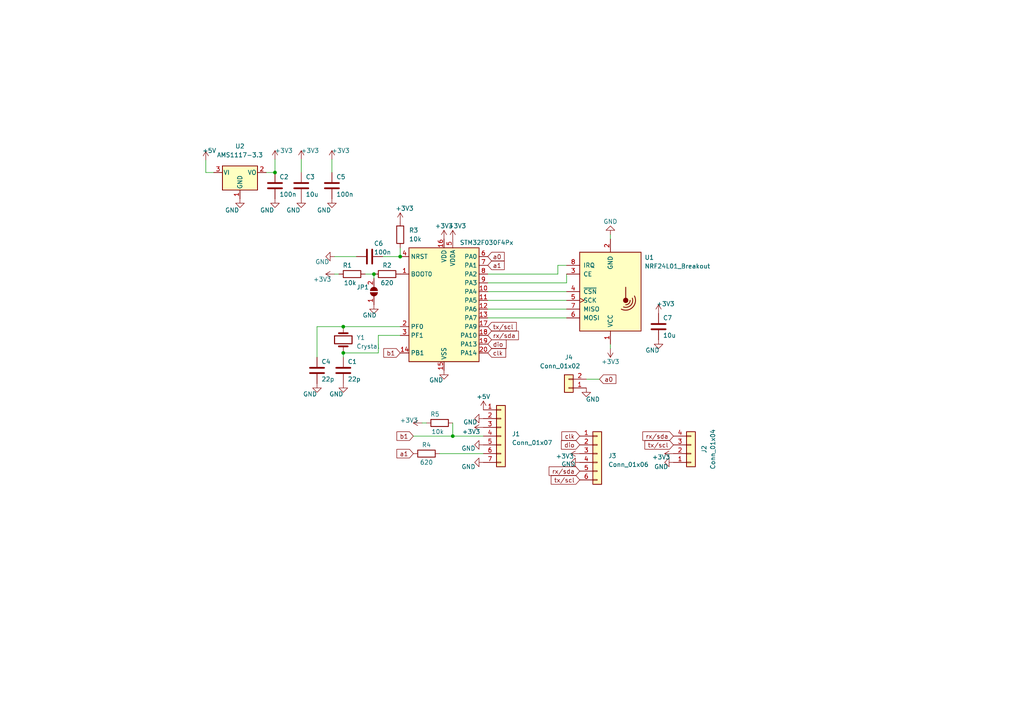
<source format=kicad_sch>
(kicad_sch (version 20230121) (generator eeschema)
  (paper "A4")
  (lib_symbols
    (symbol "Connector_Generic:Conn_01x02" (pin_names (offset 1.016) hide)
      (property "Reference" "J" (at 0 2.54 0))
      (property "Value" "Conn_01x02" (at 0 -5.08 0))
      (symbol "Conn_01x02_1_1"
        (rectangle (start -1.27 -2.413) (end 0 -2.667) (stroke (width 0.1524)))
        (rectangle (start -1.27 0.127) (end 0 -0.127) (stroke (width 0.1524)))
        (rectangle (start -1.27 1.27) (end 1.27 -3.81) (stroke (width 0.254)) (fill (type background)))
        (pin passive line (at -5.08 0 0) (length 3.81) (name "Pin_1") (number "1"))
        (pin passive line (at -5.08 -2.54 0) (length 3.81) (name "Pin_2") (number "2"))
      )
    )
    (symbol "Connector_Generic:Conn_01x04" (pin_names (offset 1.016) hide)
      (property "Reference" "J" (at 0 5.08 0))
      (property "Value" "Conn_01x04" (at 0 -7.62 0))
      (symbol "Conn_01x04_1_1"
        (rectangle (start -1.27 -4.953) (end 0 -5.207) (stroke (width 0.1524)))
        (rectangle (start -1.27 -2.413) (end 0 -2.667) (stroke (width 0.1524)))
        (rectangle (start -1.27 0.127) (end 0 -0.127) (stroke (width 0.1524)))
        (rectangle (start -1.27 2.667) (end 0 2.413) (stroke (width 0.1524)))
        (rectangle (start -1.27 3.81) (end 1.27 -6.35) (stroke (width 0.254)) (fill (type background)))
        (pin passive line (at -5.08 2.54 0) (length 3.81) (name "Pin_1") (number "1"))
        (pin passive line (at -5.08 0 0) (length 3.81) (name "Pin_2") (number "2"))
        (pin passive line (at -5.08 -2.54 0) (length 3.81) (name "Pin_3") (number "3"))
        (pin passive line (at -5.08 -5.08 0) (length 3.81) (name "Pin_4") (number "4"))
      )
    )
    (symbol "Connector_Generic:Conn_01x06" (pin_names (offset 1.016) hide)
      (property "Reference" "J" (at 0 7.62 0))
      (property "Value" "Conn_01x06" (at 0 -10.16 0))
      (symbol "Conn_01x06_1_1"
        (rectangle (start -1.27 -7.493) (end 0 -7.747) (stroke (width 0.1524)))
        (rectangle (start -1.27 -4.953) (end 0 -5.207) (stroke (width 0.1524)))
        (rectangle (start -1.27 -2.413) (end 0 -2.667) (stroke (width 0.1524)))
        (rectangle (start -1.27 0.127) (end 0 -0.127) (stroke (width 0.1524)))
        (rectangle (start -1.27 2.667) (end 0 2.413) (stroke (width 0.1524)))
        (rectangle (start -1.27 5.207) (end 0 4.953) (stroke (width 0.1524)))
        (rectangle (start -1.27 6.35) (end 1.27 -8.89) (stroke (width 0.254)) (fill (type background)))
        (pin passive line (at -5.08 5.08 0) (length 3.81) (name "Pin_1") (number "1"))
        (pin passive line (at -5.08 2.54 0) (length 3.81) (name "Pin_2") (number "2"))
        (pin passive line (at -5.08 0 0) (length 3.81) (name "Pin_3") (number "3"))
        (pin passive line (at -5.08 -2.54 0) (length 3.81) (name "Pin_4") (number "4"))
        (pin passive line (at -5.08 -5.08 0) (length 3.81) (name "Pin_5") (number "5"))
        (pin passive line (at -5.08 -7.62 0) (length 3.81) (name "Pin_6") (number "6"))
      )
    )
    (symbol "Connector_Generic:Conn_01x07" (pin_names (offset 1.016) hide)
      (property "Reference" "J" (at 0 10.16 0))
      (property "Value" "Conn_01x07" (at 0 -10.16 0))
      (symbol "Conn_01x07_1_1"
        (rectangle (start -1.27 -7.493) (end 0 -7.747) (stroke (width 0.1524)))
        (rectangle (start -1.27 -4.953) (end 0 -5.207) (stroke (width 0.1524)))
        (rectangle (start -1.27 -2.413) (end 0 -2.667) (stroke (width 0.1524)))
        (rectangle (start -1.27 0.127) (end 0 -0.127) (stroke (width 0.1524)))
        (rectangle (start -1.27 2.667) (end 0 2.413) (stroke (width 0.1524)))
        (rectangle (start -1.27 5.207) (end 0 4.953) (stroke (width 0.1524)))
        (rectangle (start -1.27 7.747) (end 0 7.493) (stroke (width 0.1524)))
        (rectangle (start -1.27 8.89) (end 1.27 -8.89) (stroke (width 0.254)) (fill (type background)))
        (pin passive line (at -5.08 7.62 0) (length 3.81) (name "Pin_1") (number "1"))
        (pin passive line (at -5.08 5.08 0) (length 3.81) (name "Pin_2") (number "2"))
        (pin passive line (at -5.08 2.54 0) (length 3.81) (name "Pin_3") (number "3"))
        (pin passive line (at -5.08 0 0) (length 3.81) (name "Pin_4") (number "4"))
        (pin passive line (at -5.08 -2.54 0) (length 3.81) (name "Pin_5") (number "5"))
        (pin passive line (at -5.08 -5.08 0) (length 3.81) (name "Pin_6") (number "6"))
        (pin passive line (at -5.08 -7.62 0) (length 3.81) (name "Pin_7") (number "7"))
      )
    )
    (symbol "Device:C" (pin_numbers hide) (pin_names (offset 0.254))
      (property "Reference" "C" (at 0.635 2.54 0))
      (property "Value" "C" (at 0.635 -2.54 0))
      (symbol "C_0_1"
        (polyline (pts (xy -2.032 -0.762) (xy 2.032 -0.762)) (stroke (width 0.508)))
        (polyline (pts (xy -2.032 0.762) (xy 2.032 0.762)) (stroke (width 0.508)))
      )
      (symbol "C_1_1"
        (pin passive line (at 0 3.81 270) (length 2.794) (name "~") (number "1"))
        (pin passive line (at 0 -3.81 90) (length 2.794) (name "~") (number "2"))
      )
    )
    (symbol "Device:Crystal" (pin_numbers hide) (pin_names (offset 1.016) hide)
      (property "Reference" "Y" (at 0 3.81 0))
      (property "Value" "Crystal" (at 0 -3.81 0))
      (symbol "Crystal_0_1"
        (rectangle (start -1.143 2.54) (end 1.143 -2.54) (stroke (width 0.3048)))
        (polyline (pts (xy -2.54 0) (xy -1.905 0)))
        (polyline (pts (xy -1.905 -1.27) (xy -1.905 1.27)) (stroke (width 0.508)))
        (polyline (pts (xy 1.905 -1.27) (xy 1.905 1.27)) (stroke (width 0.508)))
        (polyline (pts (xy 2.54 0) (xy 1.905 0)))
      )
      (symbol "Crystal_1_1"
        (pin passive line (at -3.81 0 0) (length 1.27) (name "1") (number "1"))
        (pin passive line (at 3.81 0 180) (length 1.27) (name "2") (number "2"))
      )
    )
    (symbol "Device:R" (pin_numbers hide) (pin_names (offset 0))
      (property "Reference" "R" (at 2.032 0 90))
      (property "Value" "R" (at 0 0 90))
      (symbol "R_0_1"
        (rectangle (start -1.016 -2.54) (end 1.016 2.54) (stroke (width 0.254)))
      )
      (symbol "R_1_1"
        (pin passive line (at 0 3.81 270) (length 1.27) (name "~") (number "1"))
        (pin passive line (at 0 -3.81 90) (length 1.27) (name "~") (number "2"))
      )
    )
    (symbol "Jumper:SolderJumper_2_Open" (pin_names (offset 0) hide)
      (property "Reference" "JP" (at 0 2.032 0))
      (property "Value" "SolderJumper_2_Open" (at 0 -2.54 0))
      (symbol "SolderJumper_2_Open_0_1"
        (arc (start -0.254 1.016) (mid -1.2656 0) (end -0.254 -1.016))
        (arc (start -0.254 1.016) (mid -1.2656 0) (end -0.254 -1.016) (fill (type outline)))
        (polyline (pts (xy -0.254 1.016) (xy -0.254 -1.016)))
        (polyline (pts (xy 0.254 1.016) (xy 0.254 -1.016)))
        (arc (start 0.254 -1.016) (mid 1.2656 0) (end 0.254 1.016))
        (arc (start 0.254 -1.016) (mid 1.2656 0) (end 0.254 1.016) (fill (type outline)))
      )
      (symbol "SolderJumper_2_Open_1_1"
        (pin passive line (at -3.81 0 0) (length 2.54) (name "A") (number "1"))
        (pin passive line (at 3.81 0 180) (length 2.54) (name "B") (number "2"))
      )
    )
    (symbol "MCU_ST_STM32F0:STM32F030F4Px"
      (property "Reference" "U" (at -10.16 16.51 0))
      (property "Value" "STM32F030F4Px" (at 5.08 16.51 0))
      (symbol "STM32F030F4Px_0_1"
        (rectangle (start -10.16 -17.78) (end 10.16 15.24) (stroke (width 0.254)) (fill (type background)))
      )
      (symbol "STM32F030F4Px_1_1"
        (pin input line (at -12.7 7.62 0) (length 2.54) (name "BOOT0") (number "1"))
        (pin bidirectional line (at 12.7 2.54 180) (length 2.54) (name "PA4") (number "10"))
        (pin bidirectional line (at 12.7 0 180) (length 2.54) (name "PA5") (number "11"))
        (pin bidirectional line (at 12.7 -2.54 180) (length 2.54) (name "PA6") (number "12"))
        (pin bidirectional line (at 12.7 -5.08 180) (length 2.54) (name "PA7") (number "13"))
        (pin bidirectional line (at -12.7 -15.24 0) (length 2.54) (name "PB1") (number "14"))
        (pin power_in line (at 0 -20.32 90) (length 2.54) (name "VSS") (number "15"))
        (pin power_in line (at 0 17.78 270) (length 2.54) (name "VDD") (number "16"))
        (pin bidirectional line (at 12.7 -7.62 180) (length 2.54) (name "PA9") (number "17"))
        (pin bidirectional line (at 12.7 -10.16 180) (length 2.54) (name "PA10") (number "18"))
        (pin bidirectional line (at 12.7 -12.7 180) (length 2.54) (name "PA13") (number "19"))
        (pin input line (at -12.7 -7.62 0) (length 2.54) (name "PF0") (number "2"))
        (pin bidirectional line (at 12.7 -15.24 180) (length 2.54) (name "PA14") (number "20"))
        (pin input line (at -12.7 -10.16 0) (length 2.54) (name "PF1") (number "3"))
        (pin input line (at -12.7 12.7 0) (length 2.54) (name "NRST") (number "4"))
        (pin power_in line (at 2.54 17.78 270) (length 2.54) (name "VDDA") (number "5"))
        (pin bidirectional line (at 12.7 12.7 180) (length 2.54) (name "PA0") (number "6"))
        (pin bidirectional line (at 12.7 10.16 180) (length 2.54) (name "PA1") (number "7"))
        (pin bidirectional line (at 12.7 7.62 180) (length 2.54) (name "PA2") (number "8"))
        (pin bidirectional line (at 12.7 5.08 180) (length 2.54) (name "PA3") (number "9"))
      )
    )
    (symbol "NRF24L01_Breakout_1" (pin_names (offset 1.016))
      (property "Reference" "U1" (at 10.16 -1.2701 0))
      (property "Value" "NRF24L01_Breakout" (at 10.16 1.2699 0))
      (symbol "NRF24L01_Breakout_1_0_1"
        (rectangle (start -8.89 11.43) (end 8.89 -11.43) (stroke (width 0.254)) (fill (type background)))
        (polyline (pts (xy 4.445 1.905) (xy 4.445 -1.27)) (stroke (width 0.254)))
        (circle (center 4.445 2.54) (radius 0.635) (stroke (width 0.254)) (fill (type outline)))
        (arc (start 5.715 2.54) (mid 5.3559 3.4509) (end 4.445 3.81) (stroke (width 0.254)))
        (arc (start 6.35 1.905) (mid 5.8833 3.9783) (end 3.81 4.445) (stroke (width 0.254)))
        (arc (start 6.985 1.27) (mid 6.453 4.548) (end 3.175 5.08) (stroke (width 0.254)))
      )
      (symbol "NRF24L01_Breakout_1_1_1"
        (pin power_in line (at 0 15.24 270) (length 3.81) (name "VCC") (number "1"))
        (pin power_in line (at 0 -15.24 90) (length 3.81) (name "GND") (number "2"))
        (pin input line (at -12.7 -5.08 0) (length 3.81) (name "CE") (number "3"))
        (pin input line (at -12.7 0 0) (length 3.81) (name "~{CSN}") (number "4"))
        (pin input clock (at -12.7 2.54 0) (length 3.81) (name "SCK") (number "5"))
        (pin input line (at -12.7 7.62 0) (length 3.81) (name "MOSI") (number "6"))
        (pin output line (at -12.7 5.08 0) (length 3.81) (name "MISO") (number "7"))
        (pin output line (at -12.7 -7.62 0) (length 3.81) (name "IRQ") (number "8"))
      )
    )
    (symbol "Regulator_Linear:AMS1117-3.3" (pin_names (offset 0.254))
      (property "Reference" "U" (at -3.81 3.175 0))
      (property "Value" "AMS1117-3.3" (at 0 3.175 0))
      (symbol "AMS1117-3.3_0_1"
        (rectangle (start -5.08 -5.08) (end 5.08 1.905) (stroke (width 0.254)) (fill (type background)))
      )
      (symbol "AMS1117-3.3_1_1"
        (pin power_in line (at 0 -7.62 90) (length 2.54) (name "GND") (number "1"))
        (pin power_out line (at 7.62 0 180) (length 2.54) (name "VO") (number "2"))
        (pin power_in line (at -7.62 0 0) (length 2.54) (name "VI") (number "3"))
      )
    )
    (symbol "power:+3.3V" (power) (pin_names (offset 0))
      (property "Value" "+3.3V" (at 0 3.556 0))
      (symbol "+3.3V_0_1"
        (polyline (pts (xy -0.762 1.27) (xy 0 2.54)))
        (polyline (pts (xy 0 0) (xy 0 2.54)))
        (polyline (pts (xy 0 2.54) (xy 0.762 1.27)))
      )
      (symbol "+3.3V_1_1"
        (pin power_in line (at 0 0 90) (length 0) hide (name "+3V3") (number "1"))
      )
    )
    (symbol "power:+5V" (power) (pin_names (offset 0))
      (property "Value" "+5V" (at 0 3.556 0))
      (symbol "+5V_0_1"
        (polyline (pts (xy -0.762 1.27) (xy 0 2.54)))
        (polyline (pts (xy 0 0) (xy 0 2.54)))
        (polyline (pts (xy 0 2.54) (xy 0.762 1.27)))
      )
      (symbol "+5V_1_1"
        (pin power_in line (at 0 0 90) (length 0) hide (name "+5V") (number "1"))
      )
    )
    (symbol "power:GND" (power) (pin_names (offset 0))
      (property "Value" "GND" (at 0 -3.81 0))
      (symbol "GND_0_1"
        (polyline (pts (xy 0 0) (xy 0 -1.27) (xy 1.27 -1.27) (xy 0 -2.54) (xy -1.27 -1.27) (xy 0 -1.27)))
      )
      (symbol "GND_1_1"
        (pin power_in line (at 0 0 270) (length 0) hide (name "GND") (number "1"))
      )
    )
  )
  (junction (at 131.318 126.492))
  (junction (at 79.756 50.038))
  (junction (at 116.078 74.422))
  (junction (at 99.568 102.362))
  (junction (at 108.458 79.502))
  (junction (at 99.568 94.742))
  (wire (pts (xy 109.728 97.282) (xy 109.728 102.362)))
  (wire (pts (xy 59.69 46.482) (xy 59.69 50.038)))
  (wire (pts (xy 119.888 126.492) (xy 131.318 126.492)))
  (wire (pts (xy 59.69 50.038) (xy 61.976 50.038)))
  (wire (pts (xy 77.216 50.038) (xy 79.756 50.038)))
  (wire (pts (xy 99.568 103.632) (xy 99.568 102.362)))
  (wire (pts (xy 161.798 76.962) (xy 164.338 76.962)))
  (wire (pts (xy 170.053 109.982) (xy 173.863 109.982)))
  (wire (pts (xy 131.318 122.682) (xy 131.318 126.492)))
  (wire (pts (xy 99.568 94.742) (xy 116.078 94.742)))
  (wire (pts (xy 141.478 92.202) (xy 164.338 92.202)))
  (wire (pts (xy 177.038 69.342) (xy 177.038 68.072)))
  (wire (pts (xy 99.568 102.362) (xy 109.728 102.362)))
  (wire (pts (xy 141.478 84.582) (xy 164.338 84.582)))
  (wire (pts (xy 131.318 126.492) (xy 140.208 126.492)))
  (wire (pts (xy 105.918 79.502) (xy 108.458 79.502)))
  (wire (pts (xy 141.478 87.122) (xy 164.338 87.122)))
  (wire (pts (xy 91.948 103.632) (xy 91.948 94.742)))
  (wire (pts (xy 141.478 82.042) (xy 164.338 82.042)))
  (wire (pts (xy 123.698 122.682) (xy 122.428 122.682)))
  (wire (pts (xy 91.948 94.742) (xy 99.568 94.742)))
  (wire (pts (xy 96.266 50.038) (xy 96.266 46.228)))
  (wire (pts (xy 116.078 71.882) (xy 116.078 74.422)))
  (wire (pts (xy 141.478 89.662) (xy 164.338 89.662)))
  (wire (pts (xy 97.028 74.422) (xy 103.378 74.422)))
  (wire (pts (xy 116.078 97.282) (xy 109.728 97.282)))
  (wire (pts (xy 177.038 99.822) (xy 177.038 101.092)))
  (wire (pts (xy 164.338 82.042) (xy 164.338 79.502)))
  (wire (pts (xy 161.798 79.502) (xy 161.798 76.962)))
  (wire (pts (xy 141.478 79.502) (xy 161.798 79.502)))
  (wire (pts (xy 110.998 74.422) (xy 116.078 74.422)))
  (wire (pts (xy 98.298 79.502) (xy 97.028 79.502)))
  (wire (pts (xy 79.756 50.038) (xy 79.756 46.228)))
  (wire (pts (xy 108.458 80.772) (xy 108.458 79.502)))
  (wire (pts (xy 127.508 131.572) (xy 140.208 131.572)))
  (wire (pts (xy 87.376 50.038) (xy 87.376 46.228)))
  (global_label "clk" (shape input) (at 141.478 102.362 0) (property "Intersheetrefs" "${INTERSHEET_REFS}" (effects hide)))
  (global_label "b1" (shape input) (at 116.078 102.362 180) (property "Intersheetrefs" "${INTERSHEET_REFS}" (effects hide)))
  (global_label "tx{slash}scl" (shape input) (at 195.326 129.032 180) (property "Intersheetrefs" "${INTERSHEET_REFS}" (effects hide)))
  (global_label "clk" (shape input) (at 168.148 126.492 180) (property "Intersheetrefs" "${INTERSHEET_REFS}" (effects hide)))
  (global_label "a1" (shape input) (at 119.888 131.572 180) (property "Intersheetrefs" "${INTERSHEET_REFS}" (effects hide)))
  (global_label "tx{slash}scl" (shape input) (at 168.148 139.192 180) (property "Intersheetrefs" "${INTERSHEET_REFS}" (effects hide)))
  (global_label "dio" (shape input) (at 141.478 99.822 0) (property "Intersheetrefs" "${INTERSHEET_REFS}" (effects hide)))
  (global_label "rx{slash}sda" (shape input) (at 141.478 97.282 0) (property "Intersheetrefs" "${INTERSHEET_REFS}" (effects hide)))
  (global_label "a0" (shape input) (at 141.478 74.422 0) (property "Intersheetrefs" "${INTERSHEET_REFS}" (effects hide)))
  (global_label "a1" (shape input) (at 141.478 76.962 0) (property "Intersheetrefs" "${INTERSHEET_REFS}" (effects hide)))
  (global_label "dio" (shape input) (at 168.148 129.032 180) (property "Intersheetrefs" "${INTERSHEET_REFS}" (effects hide)))
  (global_label "b1" (shape input) (at 119.888 126.492 180) (property "Intersheetrefs" "${INTERSHEET_REFS}" (effects hide)))
  (global_label "rx{slash}sda" (shape input) (at 195.326 126.492 180) (property "Intersheetrefs" "${INTERSHEET_REFS}" (effects hide)))
  (global_label "a0" (shape input) (at 173.863 109.982 0) (property "Intersheetrefs" "${INTERSHEET_REFS}" (effects hide)))
  (global_label "rx{slash}sda" (shape input) (at 168.148 136.652 180) (property "Intersheetrefs" "${INTERSHEET_REFS}" (effects hide)))
  (global_label "tx{slash}scl" (shape input) (at 141.478 94.742 0) (property "Intersheetrefs" "${INTERSHEET_REFS}" (effects hide)))
  (symbol (lib_id "power:+3.3V") (at 116.078 64.262 0) (unit 1)
    (property "Reference" "#PWR015" (effects hide))
    (property "Value" "+3.3V" (at 117.348 60.452 0))
  )
  (symbol (lib_id "power:+3.3V") (at 131.318 69.342 0) (unit 1)
    (property "Reference" "#PWR018" (effects hide))
    (property "Value" "+3.3V" (at 132.588 65.532 0))
  )
  (symbol (lib_id "Device:C") (at 96.266 53.848 0) (unit 1)
    (property "Reference" "C5" (at 97.536 51.308 0) (effects (justify left)))
    (property "Value" "100n" (at 97.536 56.388 0) (effects (justify left)))
    (property "Footprint" "Capacitor_SMD:C_0805_2012Metric_Pad1.18x1.45mm_HandSolder" (effects hide))
  )
  (symbol (lib_name "NRF24L01_Breakout_1") (lib_id "RF:NRF24L01_Breakout") (at 177.038 84.582 0) (mirror x) (unit 1)
    (property "Reference" "U1" (at 186.944 74.676 0) (effects (justify left)))
    (property "Value" "NRF24L01_Breakout" (at 186.944 77.216 0) (effects (justify left)))
    (property "Footprint" "Keyplus_nordic:NRF24L01-Module-SMD" (effects hide))
    (property "Datasheet" "http://www.nordicsemi.com/eng/content/download/2730/34105/file/nRF24L01_Product_Specification_v2_0.pdf" (effects hide))
  )
  (symbol (lib_id "power:+3.3V") (at 140.208 123.952 90) (unit 1)
    (property "Reference" "#PWR030" (effects hide))
    (property "Value" "+3.3V" (at 136.652 125.222 90))
  )
  (symbol (lib_id "power:+3.3V") (at 177.038 101.092 0) (mirror x) (unit 1)
    (property "Reference" "#PWR025" (effects hide))
    (property "Value" "+3.3V" (at 177.038 104.902 0))
  )
  (symbol (lib_id "power:GND") (at 99.568 111.252 0) (unit 1)
    (property "Reference" "#PWR03" (effects hide))
    (property "Value" "GND" (at 97.536 114.3 0))
  )
  (symbol (lib_id "Connector_Generic:Conn_01x06") (at 173.228 131.572 0) (unit 1)
    (property "Reference" "J3" (at 176.403 132.207 0) (effects (justify left)))
    (property "Value" "Conn_01x06" (at 176.403 134.747 0) (effects (justify left)))
    (property "Footprint" "Connector_PinHeader_2.54mm:PinHeader_1x06_P2.54mm_Vertical" (effects hide))
  )
  (symbol (lib_id "power:+5V") (at 59.69 46.482 0) (unit 1)
    (property "Reference" "#PWR026" (effects hide))
    (property "Value" "+5V" (at 60.706 43.688 0))
  )
  (symbol (lib_id "power:+3.3V") (at 128.778 69.342 0) (unit 1)
    (property "Reference" "#PWR016" (effects hide))
    (property "Value" "+3.3V" (at 128.778 65.532 0))
  )
  (symbol (lib_id "power:+3.3V") (at 191.008 90.932 0) (unit 1)
    (property "Reference" "#PWR028" (effects hide))
    (property "Value" "+3.3V" (at 193.04 88.138 0))
  )
  (symbol (lib_id "power:GND") (at 97.028 74.422 270) (unit 1)
    (property "Reference" "#PWR06" (effects hide))
    (property "Value" "GND" (at 93.472 75.946 90))
  )
  (symbol (lib_id "power:+3.3V") (at 122.428 122.682 90) (unit 1)
    (property "Reference" "#PWR022" (effects hide))
    (property "Value" "+3.3V" (at 118.618 121.92 90))
  )
  (symbol (lib_id "MCU_ST_STM32F0:STM32F030F4Px") (at 128.778 87.122 0) (unit 1)
    (property "Reference" "U3" (effects hide))
    (property "Value" "STM32F030F4Px" (at 133.35 70.358 0) (effects (justify left)))
    (property "Footprint" "Package_SO:TSSOP-20_4.4x6.5mm_P0.65mm" (effects hide))
    (property "Datasheet" "http://www.st.com/st-web-ui/static/active/en/resource/technical/document/datasheet/DM00088500.pdf" (effects hide))
  )
  (symbol (lib_id "power:GND") (at 108.458 88.392 0) (unit 1)
    (property "Reference" "#PWR014" (effects hide))
    (property "Value" "GND" (at 107.188 91.44 0))
  )
  (symbol (lib_id "power:GND") (at 87.376 57.658 0) (unit 1)
    (property "Reference" "#PWR09" (effects hide))
    (property "Value" "GND" (at 85.09 60.96 0))
  )
  (symbol (lib_id "power:GND") (at 96.266 57.658 0) (unit 1)
    (property "Reference" "#PWR013" (effects hide))
    (property "Value" "GND" (at 93.98 60.96 0))
  )
  (symbol (lib_id "Device:Crystal") (at 99.568 98.552 90) (unit 1)
    (property "Reference" "Y1" (at 103.378 97.917 90) (effects (justify right)))
    (property "Value" "Crystal" (at 103.378 100.457 90) (effects (justify right)))
    (property "Footprint" "Crystal:Crystal_HC49-U_Vertical" (effects hide))
  )
  (symbol (lib_id "Device:C") (at 91.948 107.442 0) (unit 1)
    (property "Reference" "C4" (at 93.218 104.902 0) (effects (justify left)))
    (property "Value" "22p" (at 93.218 109.982 0) (effects (justify left)))
    (property "Footprint" "Capacitor_SMD:C_0805_2012Metric_Pad1.18x1.45mm_HandSolder" (effects hide))
  )
  (symbol (lib_id "power:GND") (at 168.148 134.112 270) (unit 1)
    (property "Reference" "#PWR049" (effects hide))
    (property "Value" "GND" (at 162.814 134.62 90) (effects (justify left)))
  )
  (symbol (lib_id "power:GND") (at 91.948 111.252 0) (unit 1)
    (property "Reference" "#PWR010" (effects hide))
    (property "Value" "GND" (at 89.916 114.3 0))
  )
  (symbol (lib_id "power:+3.3V") (at 195.326 131.572 90) (unit 1)
    (property "Reference" "#PWR011" (effects hide))
    (property "Value" "+3.3V" (at 191.77 132.588 90))
  )
  (symbol (lib_id "power:GND") (at 69.596 57.658 0) (unit 1)
    (property "Reference" "#PWR02" (effects hide))
    (property "Value" "GND" (at 67.31 60.96 0))
  )
  (symbol (lib_id "power:+3.3V") (at 168.148 131.572 90) (unit 1)
    (property "Reference" "#PWR048" (effects hide))
    (property "Value" "+3.3V" (at 163.83 132.334 90))
  )
  (symbol (lib_id "Device:R") (at 112.268 79.502 90) (unit 1)
    (property "Reference" "R2" (at 112.268 76.962 90))
    (property "Value" "620" (at 112.268 82.042 90))
    (property "Footprint" "Resistor_SMD:R_0805_2012Metric_Pad1.20x1.40mm_HandSolder" (effects hide))
  )
  (symbol (lib_id "power:+3.3V") (at 87.376 46.228 0) (unit 1)
    (property "Reference" "#PWR08" (effects hide))
    (property "Value" "+3.3V" (at 89.916 43.688 0))
  )
  (symbol (lib_id "Device:C") (at 191.008 94.742 0) (unit 1)
    (property "Reference" "C7" (at 192.278 92.202 0) (effects (justify left)))
    (property "Value" "10u" (at 192.278 97.282 0) (effects (justify left)))
    (property "Footprint" "Capacitor_SMD:C_0805_2012Metric_Pad1.18x1.45mm_HandSolder" (effects hide))
  )
  (symbol (lib_id "power:GND") (at 195.326 134.112 270) (unit 1)
    (property "Reference" "#PWR019" (effects hide))
    (property "Value" "GND" (at 191.77 135.382 90))
  )
  (symbol (lib_id "power:+3.3V") (at 96.266 46.228 0) (unit 1)
    (property "Reference" "#PWR012" (effects hide))
    (property "Value" "+3.3V" (at 98.806 43.688 0))
  )
  (symbol (lib_id "power:GND") (at 128.778 107.442 0) (unit 1)
    (property "Reference" "#PWR017" (effects hide))
    (property "Value" "GND" (at 126.492 110.236 0))
  )
  (symbol (lib_id "Device:C") (at 107.188 74.422 270) (unit 1)
    (property "Reference" "C6" (at 108.458 70.612 90) (effects (justify left)))
    (property "Value" "100n" (at 108.458 73.152 90) (effects (justify left)))
    (property "Footprint" "Capacitor_SMD:C_0805_2012Metric_Pad1.18x1.45mm_HandSolder" (effects hide))
  )
  (symbol (lib_id "Connector_Generic:Conn_01x04") (at 200.406 131.572 0) (mirror x) (unit 1)
    (property "Reference" "J2" (at 204.216 130.302 90))
    (property "Value" "Conn_01x04" (at 206.756 130.302 90))
    (property "Footprint" "Connector_PinHeader_2.54mm:PinHeader_1x04_P2.54mm_Vertical" (effects hide))
  )
  (symbol (lib_id "Device:C") (at 87.376 53.848 0) (unit 1)
    (property "Reference" "C3" (at 88.646 51.308 0) (effects (justify left)))
    (property "Value" "10u" (at 88.646 56.388 0) (effects (justify left)))
    (property "Footprint" "Capacitor_SMD:C_0805_2012Metric_Pad1.18x1.45mm_HandSolder" (effects hide))
  )
  (symbol (lib_id "Regulator_Linear:AMS1117-3.3") (at 69.596 50.038 0) (unit 1)
    (property "Reference" "U2" (at 69.596 42.418 0))
    (property "Value" "AMS1117-3.3" (at 69.596 44.958 0))
    (property "Footprint" "Package_TO_SOT_SMD:SOT-223-3_TabPin2" (effects hide))
    (property "Datasheet" "http://www.advanced-monolithic.com/pdf/ds1117.pdf" (effects hide))
  )
  (symbol (lib_id "power:GND") (at 140.208 121.412 270) (unit 1)
    (property "Reference" "#PWR027" (effects hide))
    (property "Value" "GND" (at 136.398 122.428 90))
  )
  (symbol (lib_id "power:GND") (at 79.756 57.658 0) (unit 1)
    (property "Reference" "#PWR05" (effects hide))
    (property "Value" "GND" (at 77.47 60.96 0))
  )
  (symbol (lib_id "power:GND") (at 140.208 134.112 270) (unit 1)
    (property "Reference" "#PWR020" (effects hide))
    (property "Value" "GND" (at 137.922 135.382 90) (effects (justify right)))
  )
  (symbol (lib_id "Device:C") (at 99.568 107.442 0) (unit 1)
    (property "Reference" "C1" (at 100.838 104.902 0) (effects (justify left)))
    (property "Value" "22p" (at 100.838 109.982 0) (effects (justify left)))
    (property "Footprint" "Capacitor_SMD:C_0805_2012Metric_Pad1.18x1.45mm_HandSolder" (effects hide))
  )
  (symbol (lib_id "Device:R") (at 102.108 79.502 90) (unit 1)
    (property "Reference" "R1" (at 102.108 76.962 90) (effects (justify left)))
    (property "Value" "10k" (at 103.378 82.042 90) (effects (justify left)))
    (property "Footprint" "Resistor_SMD:R_0805_2012Metric_Pad1.20x1.40mm_HandSolder" (effects hide))
  )
  (symbol (lib_id "power:GND") (at 170.053 112.522 0) (unit 1)
    (property "Reference" "#PWR023" (effects hide))
    (property "Value" "GND" (at 171.958 115.824 0))
  )
  (symbol (lib_id "Jumper:SolderJumper_2_Open") (at 108.458 84.582 90) (unit 1)
    (property "Reference" "JP1" (at 103.378 83.312 90) (effects (justify right)))
    (property "Value" "SolderJumper_2_Open" (effects hide))
    (property "Footprint" "Jumper:SolderJumper-2_P1.3mm_Open_TrianglePad1.0x1.5mm" (effects hide))
  )
  (symbol (lib_id "power:GND") (at 140.208 129.032 270) (unit 1)
    (property "Reference" "#PWR021" (effects hide))
    (property "Value" "GND" (at 137.922 130.048 90) (effects (justify right)))
  )
  (symbol (lib_id "Device:C") (at 79.756 53.848 0) (unit 1)
    (property "Reference" "C2" (at 81.026 51.308 0) (effects (justify left)))
    (property "Value" "100n" (at 81.026 56.388 0) (effects (justify left)))
    (property "Footprint" "Capacitor_SMD:C_0805_2012Metric_Pad1.18x1.45mm_HandSolder" (effects hide))
  )
  (symbol (lib_id "power:+5V") (at 140.208 118.872 0) (unit 1)
    (property "Reference" "#PWR01" (effects hide))
    (property "Value" "+5V" (at 140.208 115.062 0))
  )
  (symbol (lib_id "power:GND") (at 191.008 98.552 0) (unit 1)
    (property "Reference" "#PWR029" (effects hide))
    (property "Value" "GND" (at 189.23 101.6 0))
  )
  (symbol (lib_id "Device:R") (at 116.078 68.072 0) (unit 1)
    (property "Reference" "R3" (at 118.618 66.8019 0) (effects (justify left)))
    (property "Value" "10k" (at 118.618 69.3419 0) (effects (justify left)))
    (property "Footprint" "Resistor_SMD:R_0805_2012Metric_Pad1.20x1.40mm_HandSolder" (effects hide))
  )
  (symbol (lib_id "power:+3.3V") (at 79.756 46.228 0) (unit 1)
    (property "Reference" "#PWR04" (effects hide))
    (property "Value" "+3.3V" (at 82.296 43.688 0))
  )
  (symbol (lib_id "Connector_Generic:Conn_01x02") (at 164.973 112.522 180) (unit 1)
    (property "Reference" "J4" (at 164.973 103.632 0))
    (property "Value" "Conn_01x02" (at 162.433 106.172 0))
    (property "Footprint" "Connector_PinHeader_2.54mm:PinHeader_1x02_P2.54mm_Vertical" (effects hide))
  )
  (symbol (lib_id "power:+3.3V") (at 97.028 79.502 90) (unit 1)
    (property "Reference" "#PWR07" (effects hide))
    (property "Value" "+3.3V" (at 93.472 81.026 90))
  )
  (symbol (lib_id "Device:R") (at 127.508 122.682 90) (unit 1)
    (property "Reference" "R5" (at 127.508 120.142 90) (effects (justify left)))
    (property "Value" "10k" (at 128.778 125.222 90) (effects (justify left)))
    (property "Footprint" "Resistor_SMD:R_0805_2012Metric_Pad1.20x1.40mm_HandSolder" (effects hide))
  )
  (symbol (lib_id "Connector_Generic:Conn_01x07") (at 145.288 126.492 0) (unit 1)
    (property "Reference" "J1" (at 148.463 125.857 0) (effects (justify left)))
    (property "Value" "Conn_01x07" (at 148.463 128.397 0) (effects (justify left)))
    (property "Footprint" "Connector_PinHeader_2.54mm:PinHeader_1x07_P2.54mm_Vertical" (effects hide))
  )
  (symbol (lib_id "Device:R") (at 123.698 131.572 90) (unit 1)
    (property "Reference" "R4" (at 123.698 129.032 90))
    (property "Value" "620" (at 123.698 134.112 90))
    (property "Footprint" "Resistor_SMD:R_0805_2012Metric_Pad1.20x1.40mm_HandSolder" (effects hide))
  )
  (symbol (lib_id "power:GND") (at 177.038 68.072 0) (mirror x) (unit 1)
    (property "Reference" "#PWR024" (effects hide))
    (property "Value" "GND" (at 177.038 64.262 0))
  )
)
</source>
